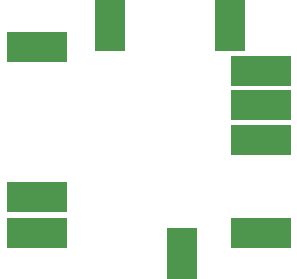
<source format=gbs>
%TF.GenerationSoftware,KiCad,Pcbnew,(6.0.0)*%
%TF.CreationDate,2022-08-29T11:13:11+02:00*%
%TF.ProjectId,LiIon_Charger,4c69496f-6e5f-4436-9861-726765722e6b,rev?*%
%TF.SameCoordinates,Original*%
%TF.FileFunction,Soldermask,Bot*%
%TF.FilePolarity,Negative*%
%FSLAX46Y46*%
G04 Gerber Fmt 4.6, Leading zero omitted, Abs format (unit mm)*
G04 Created by KiCad (PCBNEW (6.0.0)) date 2022-08-29 11:13:11*
%MOMM*%
%LPD*%
G01*
G04 APERTURE LIST*
G04 Aperture macros list*
%AMFreePoly0*
4,1,5,2.500000,-1.250000,-2.500000,-1.250000,-2.500000,1.250000,2.500000,1.250000,2.500000,-1.250000,2.500000,-1.250000,$1*%
G04 Aperture macros list end*
%ADD10FreePoly0,90.000000*%
%ADD11FreePoly0,0.000000*%
%ADD12FreePoly0,180.000000*%
G04 APERTURE END LIST*
D10*
%TO.C,j5*%
X140817600Y-70916800D03*
%TD*%
D11*
%TO.C,H2*%
X143459200Y-75082400D03*
%TD*%
D10*
%TO.C,j6*%
X130683000Y-70916800D03*
%TD*%
D11*
%TO.C,H4*%
X124460000Y-73050400D03*
%TD*%
%TO.C,j4*%
X143459200Y-78003400D03*
%TD*%
%TO.C,H3*%
X143459200Y-88849200D03*
%TD*%
%TO.C,H1*%
X124460000Y-88798400D03*
%TD*%
%TO.C,j1*%
X124460000Y-85775800D03*
%TD*%
D10*
%TO.C,j2*%
X136779000Y-90906600D03*
%TD*%
D12*
%TO.C,j3*%
X143459200Y-80949800D03*
%TD*%
M02*

</source>
